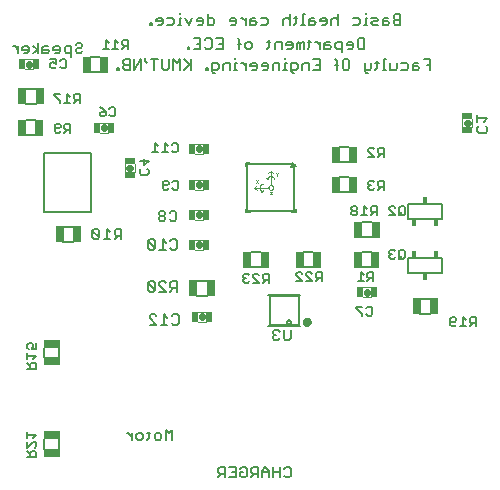
<source format=gbo>
G75*
%MOIN*%
%OFA0B0*%
%FSLAX25Y25*%
%IPPOS*%
%LPD*%
%AMOC8*
5,1,8,0,0,1.08239X$1,22.5*
%
%ADD10C,0.00600*%
%ADD11C,0.00400*%
%ADD12C,0.02200*%
%ADD13R,0.03740X0.01969*%
%ADD14R,0.01969X0.03740*%
%ADD15C,0.00500*%
%ADD16R,0.01800X0.02300*%
%ADD17R,0.02559X0.05512*%
%ADD18R,0.05512X0.02559*%
%ADD19C,0.00394*%
%ADD20C,0.00100*%
%ADD21C,0.01378*%
D10*
X0021000Y0020246D02*
X0021000Y0023474D01*
X0026000Y0023474D02*
X0026000Y0020246D01*
X0048494Y0025429D02*
X0049061Y0025429D01*
X0050195Y0024295D01*
X0050195Y0025429D02*
X0050195Y0023160D01*
X0051610Y0023727D02*
X0051610Y0024862D01*
X0052177Y0025429D01*
X0053311Y0025429D01*
X0053878Y0024862D01*
X0053878Y0023727D01*
X0053311Y0023160D01*
X0052177Y0023160D01*
X0051610Y0023727D01*
X0055199Y0023160D02*
X0055767Y0023727D01*
X0055767Y0025996D01*
X0056334Y0025429D02*
X0055199Y0025429D01*
X0057748Y0024862D02*
X0057748Y0023727D01*
X0058315Y0023160D01*
X0059450Y0023160D01*
X0060017Y0023727D01*
X0060017Y0024862D01*
X0059450Y0025429D01*
X0058315Y0025429D01*
X0057748Y0024862D01*
X0061431Y0026563D02*
X0061431Y0023160D01*
X0063700Y0023160D02*
X0063700Y0026563D01*
X0062566Y0025429D01*
X0061431Y0026563D01*
X0078864Y0013559D02*
X0078864Y0012425D01*
X0079431Y0011858D01*
X0081133Y0011858D01*
X0079998Y0011858D02*
X0078864Y0010723D01*
X0081133Y0010723D02*
X0081133Y0014126D01*
X0079431Y0014126D01*
X0078864Y0013559D01*
X0082547Y0014126D02*
X0084816Y0014126D01*
X0084816Y0010723D01*
X0082547Y0010723D01*
X0083681Y0012425D02*
X0084816Y0012425D01*
X0086230Y0012425D02*
X0087365Y0012425D01*
X0086230Y0012425D02*
X0086230Y0011290D01*
X0086797Y0010723D01*
X0087932Y0010723D01*
X0088499Y0011290D01*
X0088499Y0013559D01*
X0087932Y0014126D01*
X0086797Y0014126D01*
X0086230Y0013559D01*
X0089913Y0013559D02*
X0089913Y0012425D01*
X0090481Y0011858D01*
X0092182Y0011858D01*
X0091048Y0011858D02*
X0089913Y0010723D01*
X0092182Y0010723D02*
X0092182Y0014126D01*
X0090481Y0014126D01*
X0089913Y0013559D01*
X0093597Y0012992D02*
X0093597Y0010723D01*
X0093597Y0012425D02*
X0095865Y0012425D01*
X0095865Y0012992D02*
X0094731Y0014126D01*
X0093597Y0012992D01*
X0095865Y0012992D02*
X0095865Y0010723D01*
X0097280Y0010723D02*
X0097280Y0014126D01*
X0097280Y0012425D02*
X0099548Y0012425D01*
X0099548Y0014126D02*
X0099548Y0010723D01*
X0100963Y0011290D02*
X0101530Y0010723D01*
X0102664Y0010723D01*
X0103231Y0011290D01*
X0103231Y0013559D01*
X0102664Y0014126D01*
X0101530Y0014126D01*
X0100963Y0013559D01*
X0101404Y0056487D02*
X0100837Y0057054D01*
X0100837Y0059890D01*
X0099423Y0059323D02*
X0098855Y0059890D01*
X0097721Y0059890D01*
X0097154Y0059323D01*
X0097154Y0058756D01*
X0097721Y0058188D01*
X0097154Y0057621D01*
X0097154Y0057054D01*
X0097721Y0056487D01*
X0098855Y0056487D01*
X0099423Y0057054D01*
X0098288Y0058188D02*
X0097721Y0058188D01*
X0101404Y0056487D02*
X0102539Y0056487D01*
X0103106Y0057054D01*
X0103106Y0059890D01*
X0107386Y0080860D02*
X0110614Y0080860D01*
X0110614Y0085860D02*
X0107386Y0085860D01*
X0093114Y0085860D02*
X0089886Y0085860D01*
X0089886Y0080860D02*
X0093114Y0080860D01*
X0075114Y0076360D02*
X0071886Y0076360D01*
X0071886Y0071360D02*
X0075114Y0071360D01*
X0065200Y0072660D02*
X0065200Y0076063D01*
X0063499Y0076063D01*
X0062931Y0075496D01*
X0062931Y0074362D01*
X0063499Y0073795D01*
X0065200Y0073795D01*
X0064066Y0073795D02*
X0062931Y0072660D01*
X0061517Y0072660D02*
X0059248Y0074929D01*
X0059248Y0075496D01*
X0059815Y0076063D01*
X0060950Y0076063D01*
X0061517Y0075496D01*
X0061517Y0072660D02*
X0059248Y0072660D01*
X0057834Y0073227D02*
X0057834Y0075496D01*
X0057267Y0076063D01*
X0056132Y0076063D01*
X0055565Y0075496D01*
X0057834Y0073227D01*
X0057267Y0072660D01*
X0056132Y0072660D01*
X0055565Y0073227D01*
X0055565Y0075496D01*
X0056682Y0065063D02*
X0056115Y0064496D01*
X0056115Y0063929D01*
X0058383Y0061660D01*
X0056115Y0061660D01*
X0056682Y0065063D02*
X0057816Y0065063D01*
X0058383Y0064496D01*
X0060932Y0065063D02*
X0060932Y0061660D01*
X0062066Y0061660D02*
X0059798Y0061660D01*
X0062066Y0063929D02*
X0060932Y0065063D01*
X0063481Y0064496D02*
X0064048Y0065063D01*
X0065182Y0065063D01*
X0065749Y0064496D01*
X0065749Y0062227D01*
X0065182Y0061660D01*
X0064048Y0061660D01*
X0063481Y0062227D01*
X0063548Y0086660D02*
X0062981Y0087227D01*
X0063548Y0086660D02*
X0064682Y0086660D01*
X0065249Y0087227D01*
X0065249Y0089496D01*
X0064682Y0090063D01*
X0063548Y0090063D01*
X0062981Y0089496D01*
X0061566Y0088929D02*
X0060432Y0090063D01*
X0060432Y0086660D01*
X0061566Y0086660D02*
X0059298Y0086660D01*
X0057883Y0087227D02*
X0057883Y0089496D01*
X0057316Y0090063D01*
X0056182Y0090063D01*
X0055615Y0089496D01*
X0057883Y0087227D01*
X0057316Y0086660D01*
X0056182Y0086660D01*
X0055615Y0087227D01*
X0055615Y0089496D01*
X0059682Y0096160D02*
X0060816Y0096160D01*
X0061383Y0096727D01*
X0061383Y0097295D01*
X0060816Y0097862D01*
X0059682Y0097862D01*
X0059115Y0097295D01*
X0059115Y0096727D01*
X0059682Y0096160D01*
X0059682Y0097862D02*
X0059115Y0098429D01*
X0059115Y0098996D01*
X0059682Y0099563D01*
X0060816Y0099563D01*
X0061383Y0098996D01*
X0061383Y0098429D01*
X0060816Y0097862D01*
X0062798Y0098996D02*
X0063365Y0099563D01*
X0064499Y0099563D01*
X0065066Y0098996D01*
X0065066Y0096727D01*
X0064499Y0096160D01*
X0063365Y0096160D01*
X0062798Y0096727D01*
X0046700Y0093563D02*
X0046700Y0090160D01*
X0046700Y0091295D02*
X0044999Y0091295D01*
X0044431Y0091862D01*
X0044431Y0092996D01*
X0044999Y0093563D01*
X0046700Y0093563D01*
X0045566Y0091295D02*
X0044431Y0090160D01*
X0043017Y0090160D02*
X0040748Y0090160D01*
X0041883Y0090160D02*
X0041883Y0093563D01*
X0043017Y0092429D01*
X0039334Y0092996D02*
X0039334Y0090727D01*
X0037065Y0092996D01*
X0037065Y0090727D01*
X0037632Y0090160D01*
X0038767Y0090160D01*
X0039334Y0090727D01*
X0039334Y0092996D02*
X0038767Y0093563D01*
X0037632Y0093563D01*
X0037065Y0092996D01*
X0030614Y0094360D02*
X0027386Y0094360D01*
X0027386Y0089360D02*
X0030614Y0089360D01*
X0026000Y0053974D02*
X0026000Y0050746D01*
X0021000Y0050746D02*
X0021000Y0053974D01*
X0018114Y0124860D02*
X0014886Y0124860D01*
X0014886Y0129860D02*
X0018114Y0129860D01*
X0018114Y0135360D02*
X0014886Y0135360D01*
X0014886Y0140360D02*
X0018114Y0140360D01*
X0030017Y0151026D02*
X0030017Y0154429D01*
X0028315Y0154429D01*
X0027748Y0153862D01*
X0027748Y0152727D01*
X0028315Y0152160D01*
X0030017Y0152160D01*
X0031431Y0152727D02*
X0031999Y0152160D01*
X0033133Y0152160D01*
X0033700Y0152727D01*
X0033133Y0153862D02*
X0031999Y0153862D01*
X0031431Y0153295D01*
X0031431Y0152727D01*
X0033133Y0153862D02*
X0033700Y0154429D01*
X0033700Y0154996D01*
X0033133Y0155563D01*
X0031999Y0155563D01*
X0031431Y0154996D01*
X0026334Y0153862D02*
X0026334Y0152727D01*
X0025767Y0152160D01*
X0024632Y0152160D01*
X0024065Y0153295D02*
X0026334Y0153295D01*
X0026334Y0153862D02*
X0025767Y0154429D01*
X0024632Y0154429D01*
X0024065Y0153862D01*
X0024065Y0153295D01*
X0022651Y0152727D02*
X0022083Y0153295D01*
X0020382Y0153295D01*
X0020382Y0153862D02*
X0020382Y0152160D01*
X0022083Y0152160D01*
X0022651Y0152727D01*
X0022083Y0154429D02*
X0020949Y0154429D01*
X0020382Y0153862D01*
X0018967Y0153295D02*
X0017266Y0154429D01*
X0015898Y0153862D02*
X0015331Y0154429D01*
X0014197Y0154429D01*
X0013630Y0153862D01*
X0013630Y0153295D01*
X0015898Y0153295D01*
X0015898Y0153862D02*
X0015898Y0152727D01*
X0015331Y0152160D01*
X0014197Y0152160D01*
X0012215Y0152160D02*
X0012215Y0154429D01*
X0011081Y0154429D02*
X0010514Y0154429D01*
X0011081Y0154429D02*
X0012215Y0153295D01*
X0017266Y0152160D02*
X0018967Y0153295D01*
X0018967Y0152160D02*
X0018967Y0155563D01*
X0036386Y0150860D02*
X0039614Y0150860D01*
X0045391Y0147227D02*
X0045391Y0146660D01*
X0045958Y0146660D01*
X0045958Y0147227D01*
X0045391Y0147227D01*
X0047373Y0147227D02*
X0047940Y0146660D01*
X0049641Y0146660D01*
X0049641Y0150063D01*
X0047940Y0150063D01*
X0047373Y0149496D01*
X0047373Y0148929D01*
X0047940Y0148362D01*
X0049641Y0148362D01*
X0047940Y0148362D02*
X0047373Y0147795D01*
X0047373Y0147227D01*
X0051056Y0146660D02*
X0051056Y0150063D01*
X0053324Y0150063D02*
X0051056Y0146660D01*
X0053324Y0146660D02*
X0053324Y0150063D01*
X0054599Y0149496D02*
X0055166Y0148929D01*
X0054599Y0149496D02*
X0054599Y0150630D01*
X0056581Y0150063D02*
X0058849Y0150063D01*
X0057715Y0150063D02*
X0057715Y0146660D01*
X0060264Y0147227D02*
X0060264Y0150063D01*
X0062532Y0150063D02*
X0062532Y0147227D01*
X0061965Y0146660D01*
X0060831Y0146660D01*
X0060264Y0147227D01*
X0063947Y0146660D02*
X0063947Y0150063D01*
X0065081Y0148929D01*
X0066215Y0150063D01*
X0066215Y0146660D01*
X0067630Y0146660D02*
X0069331Y0148362D01*
X0069899Y0147795D02*
X0067630Y0150063D01*
X0069899Y0150063D02*
X0069899Y0146660D01*
X0074856Y0146660D02*
X0075423Y0146660D01*
X0075423Y0147227D01*
X0074856Y0147227D01*
X0074856Y0146660D01*
X0076838Y0146660D02*
X0078539Y0146660D01*
X0079106Y0147227D01*
X0079106Y0148362D01*
X0078539Y0148929D01*
X0076838Y0148929D01*
X0076838Y0146093D01*
X0077405Y0145526D01*
X0077972Y0145526D01*
X0080521Y0146660D02*
X0080521Y0148362D01*
X0081088Y0148929D01*
X0082790Y0148929D01*
X0082790Y0146660D01*
X0084111Y0146660D02*
X0085245Y0146660D01*
X0084678Y0146660D02*
X0084678Y0148929D01*
X0085245Y0148929D01*
X0084678Y0150063D02*
X0084678Y0150630D01*
X0086613Y0148929D02*
X0087180Y0148929D01*
X0088314Y0147795D01*
X0088314Y0148929D02*
X0088314Y0146660D01*
X0089729Y0147795D02*
X0089729Y0148362D01*
X0090296Y0148929D01*
X0091430Y0148929D01*
X0091997Y0148362D01*
X0091997Y0147227D01*
X0091430Y0146660D01*
X0090296Y0146660D01*
X0089729Y0147795D02*
X0091997Y0147795D01*
X0093412Y0147795D02*
X0093412Y0148362D01*
X0093979Y0148929D01*
X0095113Y0148929D01*
X0095681Y0148362D01*
X0095681Y0147227D01*
X0095113Y0146660D01*
X0093979Y0146660D01*
X0093412Y0147795D02*
X0095681Y0147795D01*
X0097095Y0148362D02*
X0097095Y0146660D01*
X0097095Y0148362D02*
X0097662Y0148929D01*
X0099364Y0148929D01*
X0099364Y0146660D01*
X0100685Y0146660D02*
X0101819Y0146660D01*
X0101252Y0146660D02*
X0101252Y0148929D01*
X0101819Y0148929D01*
X0101252Y0150063D02*
X0101252Y0150630D01*
X0103234Y0148929D02*
X0104935Y0148929D01*
X0105502Y0148362D01*
X0105502Y0147227D01*
X0104935Y0146660D01*
X0103234Y0146660D01*
X0103234Y0146093D02*
X0103234Y0148929D01*
X0103234Y0146093D02*
X0103801Y0145526D01*
X0104368Y0145526D01*
X0106917Y0146660D02*
X0106917Y0148362D01*
X0107484Y0148929D01*
X0109185Y0148929D01*
X0109185Y0146660D01*
X0110600Y0146660D02*
X0112869Y0146660D01*
X0112869Y0150063D01*
X0110600Y0150063D01*
X0111734Y0148362D02*
X0112869Y0148362D01*
X0117873Y0148362D02*
X0119007Y0148362D01*
X0118440Y0149496D02*
X0117873Y0150063D01*
X0118440Y0149496D02*
X0118440Y0146660D01*
X0120422Y0147227D02*
X0120422Y0149496D01*
X0120989Y0150063D01*
X0122123Y0150063D01*
X0122690Y0149496D01*
X0122690Y0147227D01*
X0122123Y0146660D01*
X0120989Y0146660D01*
X0120422Y0147227D01*
X0120334Y0152526D02*
X0120334Y0155929D01*
X0118632Y0155929D01*
X0118065Y0155362D01*
X0118065Y0154227D01*
X0118632Y0153660D01*
X0120334Y0153660D01*
X0121748Y0154795D02*
X0121748Y0155362D01*
X0122315Y0155929D01*
X0123450Y0155929D01*
X0124017Y0155362D01*
X0124017Y0154227D01*
X0123450Y0153660D01*
X0122315Y0153660D01*
X0121748Y0154795D02*
X0124017Y0154795D01*
X0125431Y0154227D02*
X0125431Y0156496D01*
X0125999Y0157063D01*
X0127700Y0157063D01*
X0127700Y0153660D01*
X0125999Y0153660D01*
X0125431Y0154227D01*
X0127788Y0148929D02*
X0127788Y0146093D01*
X0128355Y0145526D01*
X0128922Y0145526D01*
X0129489Y0146660D02*
X0127788Y0146660D01*
X0129489Y0146660D02*
X0130057Y0147227D01*
X0130057Y0148929D01*
X0131378Y0148929D02*
X0132512Y0148929D01*
X0131945Y0149496D02*
X0131945Y0147227D01*
X0131378Y0146660D01*
X0133833Y0146660D02*
X0134967Y0146660D01*
X0134400Y0146660D02*
X0134400Y0150063D01*
X0134967Y0150063D01*
X0136382Y0148929D02*
X0136382Y0146660D01*
X0138083Y0146660D01*
X0138651Y0147227D01*
X0138651Y0148929D01*
X0140065Y0148929D02*
X0141767Y0148929D01*
X0142334Y0148362D01*
X0142334Y0147227D01*
X0141767Y0146660D01*
X0140065Y0146660D01*
X0143748Y0146660D02*
X0145450Y0146660D01*
X0146017Y0147227D01*
X0145450Y0147795D01*
X0143748Y0147795D01*
X0143748Y0148362D02*
X0143748Y0146660D01*
X0143748Y0148362D02*
X0144315Y0148929D01*
X0145450Y0148929D01*
X0147431Y0150063D02*
X0149700Y0150063D01*
X0149700Y0146660D01*
X0149700Y0148362D02*
X0148566Y0148362D01*
X0139700Y0161660D02*
X0137999Y0161660D01*
X0137431Y0162227D01*
X0137431Y0162795D01*
X0137999Y0163362D01*
X0139700Y0163362D01*
X0139700Y0165063D02*
X0137999Y0165063D01*
X0137431Y0164496D01*
X0137431Y0163929D01*
X0137999Y0163362D01*
X0136017Y0162227D02*
X0135450Y0161660D01*
X0133748Y0161660D01*
X0133748Y0163362D01*
X0134315Y0163929D01*
X0135450Y0163929D01*
X0135450Y0162795D02*
X0133748Y0162795D01*
X0132334Y0163362D02*
X0131767Y0163929D01*
X0130065Y0163929D01*
X0130632Y0162795D02*
X0130065Y0162227D01*
X0130632Y0161660D01*
X0132334Y0161660D01*
X0131767Y0162795D02*
X0132334Y0163362D01*
X0131767Y0162795D02*
X0130632Y0162795D01*
X0128651Y0163929D02*
X0128083Y0163929D01*
X0128083Y0161660D01*
X0127516Y0161660D02*
X0128651Y0161660D01*
X0126195Y0162227D02*
X0125628Y0161660D01*
X0123927Y0161660D01*
X0126195Y0162227D02*
X0126195Y0163362D01*
X0125628Y0163929D01*
X0123927Y0163929D01*
X0128083Y0165063D02*
X0128083Y0165630D01*
X0135450Y0162795D02*
X0136017Y0162227D01*
X0139700Y0161660D02*
X0139700Y0165063D01*
X0118829Y0165063D02*
X0118829Y0161660D01*
X0118829Y0163362D02*
X0118262Y0163929D01*
X0117127Y0163929D01*
X0116560Y0163362D01*
X0116560Y0161660D01*
X0115146Y0162227D02*
X0115146Y0163362D01*
X0114579Y0163929D01*
X0113444Y0163929D01*
X0112877Y0163362D01*
X0112877Y0162795D01*
X0115146Y0162795D01*
X0115146Y0162227D02*
X0114579Y0161660D01*
X0113444Y0161660D01*
X0111463Y0162227D02*
X0110895Y0162795D01*
X0109194Y0162795D01*
X0109194Y0163362D02*
X0109194Y0161660D01*
X0110895Y0161660D01*
X0111463Y0162227D01*
X0110895Y0163929D02*
X0109761Y0163929D01*
X0109194Y0163362D01*
X0107779Y0165063D02*
X0107212Y0165063D01*
X0107212Y0161660D01*
X0107779Y0161660D02*
X0106645Y0161660D01*
X0104757Y0162227D02*
X0104190Y0161660D01*
X0104757Y0162227D02*
X0104757Y0164496D01*
X0105324Y0163929D02*
X0104190Y0163929D01*
X0102869Y0163362D02*
X0102301Y0163929D01*
X0101167Y0163929D01*
X0100600Y0163362D01*
X0100600Y0161660D01*
X0102869Y0161660D02*
X0102869Y0165063D01*
X0095502Y0163362D02*
X0095502Y0162227D01*
X0094935Y0161660D01*
X0093234Y0161660D01*
X0091819Y0162227D02*
X0091252Y0161660D01*
X0089551Y0161660D01*
X0089551Y0163362D01*
X0090118Y0163929D01*
X0091252Y0163929D01*
X0091252Y0162795D02*
X0089551Y0162795D01*
X0088136Y0162795D02*
X0087002Y0163929D01*
X0086435Y0163929D01*
X0085067Y0163362D02*
X0084500Y0163929D01*
X0083365Y0163929D01*
X0082798Y0163362D01*
X0082798Y0162795D01*
X0085067Y0162795D01*
X0085067Y0163362D02*
X0085067Y0162227D01*
X0084500Y0161660D01*
X0083365Y0161660D01*
X0088136Y0161660D02*
X0088136Y0163929D01*
X0091252Y0162795D02*
X0091819Y0162227D01*
X0093234Y0163929D02*
X0094935Y0163929D01*
X0095502Y0163362D01*
X0095826Y0156496D02*
X0095826Y0154227D01*
X0095259Y0153660D01*
X0095259Y0155929D02*
X0096393Y0155929D01*
X0097808Y0155362D02*
X0097808Y0153660D01*
X0097808Y0155362D02*
X0098375Y0155929D01*
X0100076Y0155929D01*
X0100076Y0153660D01*
X0101491Y0154795D02*
X0103760Y0154795D01*
X0103760Y0155362D02*
X0103760Y0154227D01*
X0103192Y0153660D01*
X0102058Y0153660D01*
X0101491Y0154795D02*
X0101491Y0155362D01*
X0102058Y0155929D01*
X0103192Y0155929D01*
X0103760Y0155362D01*
X0105174Y0155362D02*
X0105174Y0153660D01*
X0106308Y0153660D02*
X0106308Y0155362D01*
X0105741Y0155929D01*
X0105174Y0155362D01*
X0106308Y0155362D02*
X0106876Y0155929D01*
X0107443Y0155929D01*
X0107443Y0153660D01*
X0108764Y0153660D02*
X0109331Y0154227D01*
X0109331Y0156496D01*
X0109898Y0155929D02*
X0108764Y0155929D01*
X0111266Y0155929D02*
X0111833Y0155929D01*
X0112967Y0154795D01*
X0112967Y0155929D02*
X0112967Y0153660D01*
X0114382Y0153660D02*
X0116083Y0153660D01*
X0116651Y0154227D01*
X0116083Y0154795D01*
X0114382Y0154795D01*
X0114382Y0155362D02*
X0114382Y0153660D01*
X0114382Y0155362D02*
X0114949Y0155929D01*
X0116083Y0155929D01*
X0090255Y0155362D02*
X0090255Y0154227D01*
X0089688Y0153660D01*
X0088553Y0153660D01*
X0087986Y0154227D01*
X0087986Y0155362D01*
X0088553Y0155929D01*
X0089688Y0155929D01*
X0090255Y0155362D01*
X0086572Y0155362D02*
X0085437Y0155362D01*
X0086004Y0156496D02*
X0085437Y0157063D01*
X0086004Y0156496D02*
X0086004Y0153660D01*
X0080433Y0153660D02*
X0080433Y0157063D01*
X0078164Y0157063D01*
X0076750Y0156496D02*
X0076750Y0154227D01*
X0076183Y0153660D01*
X0075048Y0153660D01*
X0074481Y0154227D01*
X0073067Y0153660D02*
X0070798Y0153660D01*
X0069384Y0153660D02*
X0068816Y0153660D01*
X0068816Y0154227D01*
X0069384Y0154227D01*
X0069384Y0153660D01*
X0071932Y0155362D02*
X0073067Y0155362D01*
X0073067Y0157063D02*
X0070798Y0157063D01*
X0073067Y0157063D02*
X0073067Y0153660D01*
X0074481Y0156496D02*
X0075048Y0157063D01*
X0076183Y0157063D01*
X0076750Y0156496D01*
X0079299Y0155362D02*
X0080433Y0155362D01*
X0080433Y0153660D02*
X0078164Y0153660D01*
X0077133Y0161660D02*
X0075432Y0161660D01*
X0075432Y0165063D01*
X0075432Y0163929D02*
X0077133Y0163929D01*
X0077700Y0163362D01*
X0077700Y0162227D01*
X0077133Y0161660D01*
X0074017Y0162227D02*
X0074017Y0163362D01*
X0073450Y0163929D01*
X0072316Y0163929D01*
X0071749Y0163362D01*
X0071749Y0162795D01*
X0074017Y0162795D01*
X0074017Y0162227D02*
X0073450Y0161660D01*
X0072316Y0161660D01*
X0070334Y0163929D02*
X0069200Y0161660D01*
X0068066Y0163929D01*
X0066651Y0163929D02*
X0066084Y0163929D01*
X0066084Y0161660D01*
X0066651Y0161660D02*
X0065517Y0161660D01*
X0064196Y0162227D02*
X0063628Y0161660D01*
X0061927Y0161660D01*
X0060512Y0162227D02*
X0060512Y0163362D01*
X0059945Y0163929D01*
X0058811Y0163929D01*
X0058244Y0163362D01*
X0058244Y0162795D01*
X0060512Y0162795D01*
X0060512Y0162227D02*
X0059945Y0161660D01*
X0058811Y0161660D01*
X0056829Y0161660D02*
X0056829Y0162227D01*
X0056262Y0162227D01*
X0056262Y0161660D01*
X0056829Y0161660D01*
X0061927Y0163929D02*
X0063628Y0163929D01*
X0064196Y0163362D01*
X0064196Y0162227D01*
X0066084Y0165063D02*
X0066084Y0165630D01*
X0039614Y0145860D02*
X0036386Y0145860D01*
X0119386Y0120860D02*
X0122614Y0120860D01*
X0122614Y0115860D02*
X0119386Y0115860D01*
X0119386Y0110860D02*
X0122614Y0110860D01*
X0122614Y0105860D02*
X0119386Y0105860D01*
X0126886Y0095860D02*
X0130114Y0095860D01*
X0130114Y0090860D02*
X0126886Y0090860D01*
X0126886Y0085860D02*
X0130114Y0085860D01*
X0130114Y0080860D02*
X0126886Y0080860D01*
X0142400Y0078760D02*
X0153600Y0078760D01*
X0153600Y0083960D01*
X0142400Y0083960D01*
X0142400Y0078760D01*
X0146386Y0070360D02*
X0149614Y0070360D01*
X0149614Y0065360D02*
X0146386Y0065360D01*
X0142400Y0096760D02*
X0153600Y0096760D01*
X0153600Y0101960D01*
X0142400Y0101960D01*
X0142400Y0096760D01*
X0165867Y0125660D02*
X0165300Y0126227D01*
X0165300Y0127362D01*
X0165867Y0127929D01*
X0165300Y0129343D02*
X0165300Y0131612D01*
X0165300Y0130478D02*
X0168703Y0130478D01*
X0167569Y0129343D01*
X0168136Y0127929D02*
X0168703Y0127362D01*
X0168703Y0126227D01*
X0168136Y0125660D01*
X0165867Y0125660D01*
D11*
X0163701Y0127459D02*
X0163701Y0130262D01*
X0160350Y0130262D02*
X0160350Y0127459D01*
X0129902Y0074061D02*
X0127098Y0074061D01*
X0127098Y0070711D02*
X0129902Y0070711D01*
X0074902Y0066010D02*
X0072098Y0066010D01*
X0072098Y0062659D02*
X0074902Y0062659D01*
X0073902Y0086659D02*
X0071098Y0086659D01*
X0071098Y0090010D02*
X0073902Y0090010D01*
X0073902Y0096659D02*
X0071098Y0096659D01*
X0071098Y0100010D02*
X0073902Y0100010D01*
X0073902Y0106659D02*
X0071098Y0106659D01*
X0071098Y0110010D02*
X0073902Y0110010D01*
X0073902Y0118659D02*
X0071098Y0118659D01*
X0071098Y0122010D02*
X0073902Y0122010D01*
X0051201Y0115262D02*
X0051201Y0112459D01*
X0047850Y0112459D02*
X0047850Y0115262D01*
X0042402Y0125659D02*
X0039598Y0125659D01*
X0039598Y0129010D02*
X0042402Y0129010D01*
X0017402Y0146711D02*
X0014598Y0146711D01*
X0014598Y0150061D02*
X0017402Y0150061D01*
D12*
X0016000Y0148480D02*
X0016000Y0148240D01*
X0041000Y0127480D02*
X0041000Y0127240D01*
X0049380Y0113860D02*
X0049620Y0113860D01*
X0072500Y0108480D02*
X0072500Y0108240D01*
X0072500Y0098480D02*
X0072500Y0098240D01*
X0072500Y0088480D02*
X0072500Y0088240D01*
X0073500Y0064480D02*
X0073500Y0064240D01*
X0128500Y0072240D02*
X0128500Y0072480D01*
X0072500Y0120240D02*
X0072500Y0120480D01*
X0161880Y0128860D02*
X0162120Y0128860D01*
D13*
X0162020Y0126545D03*
X0162020Y0131145D03*
X0049520Y0116145D03*
X0049520Y0111545D03*
D14*
X0043284Y0127340D03*
X0038684Y0127340D03*
X0018316Y0148380D03*
X0013716Y0148380D03*
X0070184Y0120340D03*
X0074784Y0120340D03*
X0074784Y0108340D03*
X0070184Y0108340D03*
X0070184Y0098340D03*
X0074784Y0098340D03*
X0074784Y0088340D03*
X0070184Y0088340D03*
X0071184Y0064340D03*
X0075784Y0064340D03*
X0126216Y0072380D03*
X0130816Y0072380D03*
D15*
X0018253Y0017442D02*
X0015250Y0017442D01*
X0016251Y0017442D02*
X0016251Y0018943D01*
X0016751Y0019444D01*
X0017752Y0019444D01*
X0018253Y0018943D01*
X0018253Y0017442D01*
X0016251Y0018443D02*
X0015250Y0019444D01*
X0015250Y0020665D02*
X0017252Y0022666D01*
X0017752Y0022666D01*
X0018253Y0022166D01*
X0018253Y0021165D01*
X0017752Y0020665D01*
X0015250Y0020665D02*
X0015250Y0022666D01*
X0015250Y0023887D02*
X0015250Y0025889D01*
X0015250Y0024888D02*
X0018253Y0024888D01*
X0017252Y0023887D01*
X0018253Y0046942D02*
X0015250Y0046942D01*
X0016251Y0046942D02*
X0016251Y0048443D01*
X0016751Y0048944D01*
X0017752Y0048944D01*
X0018253Y0048443D01*
X0018253Y0046942D01*
X0016251Y0047943D02*
X0015250Y0048944D01*
X0015250Y0050165D02*
X0015250Y0052166D01*
X0015250Y0051166D02*
X0018253Y0051166D01*
X0017252Y0050165D01*
X0016751Y0053387D02*
X0017252Y0054388D01*
X0017252Y0054889D01*
X0016751Y0055389D01*
X0015750Y0055389D01*
X0015250Y0054889D01*
X0015250Y0053888D01*
X0015750Y0053387D01*
X0016751Y0053387D02*
X0018253Y0053387D01*
X0018253Y0055389D01*
X0021000Y0099360D02*
X0036500Y0099360D01*
X0036500Y0118860D01*
X0021000Y0118860D01*
X0021000Y0099360D01*
X0024971Y0125610D02*
X0024471Y0126111D01*
X0024471Y0128112D01*
X0024971Y0128613D01*
X0025972Y0128613D01*
X0026473Y0128112D01*
X0026473Y0127612D01*
X0025972Y0127112D01*
X0024471Y0127112D01*
X0024971Y0125610D02*
X0025972Y0125610D01*
X0026473Y0126111D01*
X0027694Y0125610D02*
X0028695Y0126611D01*
X0028194Y0126611D02*
X0029695Y0126611D01*
X0029695Y0125610D02*
X0029695Y0128613D01*
X0028194Y0128613D01*
X0027694Y0128112D01*
X0027694Y0127112D01*
X0028194Y0126611D01*
X0028526Y0135610D02*
X0028526Y0138613D01*
X0029527Y0137612D01*
X0030748Y0138112D02*
X0030748Y0137112D01*
X0031249Y0136611D01*
X0032750Y0136611D01*
X0032750Y0135610D02*
X0032750Y0138613D01*
X0031249Y0138613D01*
X0030748Y0138112D01*
X0031749Y0136611D02*
X0030748Y0135610D01*
X0029527Y0135610D02*
X0027526Y0135610D01*
X0026305Y0135610D02*
X0026305Y0136111D01*
X0024303Y0138112D01*
X0024303Y0138613D01*
X0026305Y0138613D01*
X0026749Y0147110D02*
X0026248Y0147611D01*
X0026749Y0147110D02*
X0027750Y0147110D01*
X0028250Y0147611D01*
X0028250Y0149612D01*
X0027750Y0150113D01*
X0026749Y0150113D01*
X0026248Y0149612D01*
X0025027Y0150113D02*
X0025027Y0148612D01*
X0024026Y0149112D01*
X0023526Y0149112D01*
X0023026Y0148612D01*
X0023026Y0147611D01*
X0023526Y0147110D01*
X0024527Y0147110D01*
X0025027Y0147611D01*
X0025027Y0150113D02*
X0023026Y0150113D01*
X0040471Y0153610D02*
X0042473Y0153610D01*
X0041472Y0153610D02*
X0041472Y0156613D01*
X0042473Y0155612D01*
X0043694Y0153610D02*
X0045696Y0153610D01*
X0044695Y0153610D02*
X0044695Y0156613D01*
X0045696Y0155612D01*
X0046917Y0156112D02*
X0046917Y0155112D01*
X0047417Y0154611D01*
X0048918Y0154611D01*
X0047917Y0154611D02*
X0046917Y0153610D01*
X0048918Y0153610D02*
X0048918Y0156613D01*
X0047417Y0156613D01*
X0046917Y0156112D01*
X0044195Y0134113D02*
X0043194Y0134113D01*
X0042694Y0133612D01*
X0041473Y0132612D02*
X0039971Y0132612D01*
X0039471Y0132111D01*
X0039471Y0131611D01*
X0039971Y0131110D01*
X0040972Y0131110D01*
X0041473Y0131611D01*
X0041473Y0132612D01*
X0040472Y0133612D01*
X0039471Y0134113D01*
X0042694Y0131611D02*
X0043194Y0131110D01*
X0044195Y0131110D01*
X0044695Y0131611D01*
X0044695Y0133612D01*
X0044195Y0134113D01*
X0057972Y0122113D02*
X0057972Y0119110D01*
X0058973Y0119110D02*
X0056971Y0119110D01*
X0058973Y0121112D02*
X0057972Y0122113D01*
X0060194Y0119110D02*
X0062196Y0119110D01*
X0061195Y0119110D02*
X0061195Y0122113D01*
X0062196Y0121112D01*
X0063417Y0121612D02*
X0063917Y0122113D01*
X0064918Y0122113D01*
X0065418Y0121612D01*
X0065418Y0119611D01*
X0064918Y0119110D01*
X0063917Y0119110D01*
X0063417Y0119611D01*
X0055753Y0116334D02*
X0054251Y0114833D01*
X0054251Y0116835D01*
X0052750Y0116334D02*
X0055753Y0116334D01*
X0055252Y0113612D02*
X0055753Y0113112D01*
X0055753Y0112111D01*
X0055252Y0111610D01*
X0053250Y0111610D01*
X0052750Y0112111D01*
X0052750Y0113112D01*
X0053250Y0113612D01*
X0060471Y0109112D02*
X0060471Y0107111D01*
X0060971Y0106610D01*
X0061972Y0106610D01*
X0062473Y0107111D01*
X0061972Y0108112D02*
X0060471Y0108112D01*
X0060471Y0109112D02*
X0060971Y0109613D01*
X0061972Y0109613D01*
X0062473Y0109112D01*
X0062473Y0108612D01*
X0061972Y0108112D01*
X0063694Y0109112D02*
X0064194Y0109613D01*
X0065195Y0109613D01*
X0065695Y0109112D01*
X0065695Y0107111D01*
X0065195Y0106610D01*
X0064194Y0106610D01*
X0063694Y0107111D01*
X0088232Y0100274D02*
X0088232Y0099093D01*
X0089413Y0099093D01*
X0088626Y0099486D02*
X0104374Y0099486D01*
X0104374Y0115234D01*
X0088626Y0115234D01*
X0088626Y0099486D01*
X0103587Y0099093D02*
X0104768Y0099093D01*
X0104768Y0100274D01*
X0103259Y0114368D02*
X0103261Y0114399D01*
X0103267Y0114430D01*
X0103276Y0114460D01*
X0103290Y0114488D01*
X0103307Y0114514D01*
X0103326Y0114538D01*
X0103349Y0114560D01*
X0103375Y0114578D01*
X0103402Y0114593D01*
X0103431Y0114605D01*
X0103461Y0114613D01*
X0103492Y0114617D01*
X0103524Y0114617D01*
X0103555Y0114613D01*
X0103585Y0114605D01*
X0103614Y0114593D01*
X0103641Y0114578D01*
X0103667Y0114560D01*
X0103690Y0114538D01*
X0103709Y0114514D01*
X0103726Y0114488D01*
X0103740Y0114460D01*
X0103749Y0114430D01*
X0103755Y0114399D01*
X0103757Y0114368D01*
X0103755Y0114337D01*
X0103749Y0114306D01*
X0103740Y0114276D01*
X0103726Y0114248D01*
X0103709Y0114222D01*
X0103690Y0114198D01*
X0103667Y0114176D01*
X0103641Y0114158D01*
X0103614Y0114143D01*
X0103585Y0114131D01*
X0103555Y0114123D01*
X0103524Y0114119D01*
X0103492Y0114119D01*
X0103461Y0114123D01*
X0103431Y0114131D01*
X0103402Y0114143D01*
X0103375Y0114158D01*
X0103349Y0114176D01*
X0103326Y0114198D01*
X0103307Y0114222D01*
X0103290Y0114248D01*
X0103276Y0114276D01*
X0103267Y0114306D01*
X0103261Y0114337D01*
X0103259Y0114368D01*
X0103587Y0115628D02*
X0104768Y0114447D01*
X0089413Y0115628D02*
X0088232Y0115628D01*
X0088232Y0114447D01*
X0123303Y0100612D02*
X0123303Y0100112D01*
X0123803Y0099612D01*
X0124804Y0099612D01*
X0125305Y0100112D01*
X0125305Y0100612D01*
X0124804Y0101113D01*
X0123803Y0101113D01*
X0123303Y0100612D01*
X0123803Y0099612D02*
X0123303Y0099111D01*
X0123303Y0098611D01*
X0123803Y0098110D01*
X0124804Y0098110D01*
X0125305Y0098611D01*
X0125305Y0099111D01*
X0124804Y0099612D01*
X0126526Y0098110D02*
X0128527Y0098110D01*
X0127526Y0098110D02*
X0127526Y0101113D01*
X0128527Y0100112D01*
X0129748Y0100612D02*
X0129748Y0099612D01*
X0130249Y0099111D01*
X0131750Y0099111D01*
X0131750Y0098110D02*
X0131750Y0101113D01*
X0130249Y0101113D01*
X0129748Y0100612D01*
X0130749Y0099111D02*
X0129748Y0098110D01*
X0136026Y0098110D02*
X0138027Y0098110D01*
X0136026Y0100112D01*
X0136026Y0100612D01*
X0136526Y0101113D01*
X0137527Y0101113D01*
X0138027Y0100612D01*
X0139248Y0100612D02*
X0139248Y0098611D01*
X0139749Y0098110D01*
X0140750Y0098110D01*
X0141250Y0098611D01*
X0141250Y0100612D01*
X0140750Y0101113D01*
X0139749Y0101113D01*
X0139248Y0100612D01*
X0140249Y0099111D02*
X0139248Y0098110D01*
X0134195Y0106610D02*
X0134195Y0109613D01*
X0132694Y0109613D01*
X0132194Y0109112D01*
X0132194Y0108112D01*
X0132694Y0107611D01*
X0134195Y0107611D01*
X0133195Y0107611D02*
X0132194Y0106610D01*
X0130973Y0107111D02*
X0130472Y0106610D01*
X0129471Y0106610D01*
X0128971Y0107111D01*
X0128971Y0107611D01*
X0129471Y0108112D01*
X0129972Y0108112D01*
X0129471Y0108112D02*
X0128971Y0108612D01*
X0128971Y0109112D01*
X0129471Y0109613D01*
X0130472Y0109613D01*
X0130973Y0109112D01*
X0130973Y0117610D02*
X0128971Y0117610D01*
X0130973Y0117610D02*
X0128971Y0119612D01*
X0128971Y0120112D01*
X0129471Y0120613D01*
X0130472Y0120613D01*
X0130973Y0120112D01*
X0132194Y0120112D02*
X0132194Y0119112D01*
X0132694Y0118611D01*
X0134195Y0118611D01*
X0133195Y0118611D02*
X0132194Y0117610D01*
X0134195Y0117610D02*
X0134195Y0120613D01*
X0132694Y0120613D01*
X0132194Y0120112D01*
X0136471Y0086613D02*
X0135971Y0086112D01*
X0135971Y0085612D01*
X0136471Y0085112D01*
X0135971Y0084611D01*
X0135971Y0084111D01*
X0136471Y0083610D01*
X0137472Y0083610D01*
X0137973Y0084111D01*
X0139194Y0084111D02*
X0139194Y0086112D01*
X0139694Y0086613D01*
X0140695Y0086613D01*
X0141195Y0086112D01*
X0141195Y0084111D01*
X0140695Y0083610D01*
X0139694Y0083610D01*
X0139194Y0084111D01*
X0139194Y0083610D02*
X0140195Y0084611D01*
X0137973Y0086112D02*
X0137472Y0086613D01*
X0136471Y0086613D01*
X0136471Y0085112D02*
X0136972Y0085112D01*
X0130695Y0079113D02*
X0129194Y0079113D01*
X0128694Y0078612D01*
X0128694Y0077612D01*
X0129194Y0077111D01*
X0130695Y0077111D01*
X0129695Y0077111D02*
X0128694Y0076110D01*
X0127473Y0076110D02*
X0125471Y0076110D01*
X0126472Y0076110D02*
X0126472Y0079113D01*
X0127473Y0078112D01*
X0130695Y0079113D02*
X0130695Y0076110D01*
X0129750Y0067613D02*
X0130250Y0067112D01*
X0130250Y0065111D01*
X0129750Y0064610D01*
X0128749Y0064610D01*
X0128248Y0065111D01*
X0127027Y0065111D02*
X0127027Y0064610D01*
X0127027Y0065111D02*
X0125026Y0067112D01*
X0125026Y0067613D01*
X0127027Y0067613D01*
X0128248Y0067112D02*
X0128749Y0067613D01*
X0129750Y0067613D01*
X0113418Y0076110D02*
X0113418Y0079113D01*
X0111917Y0079113D01*
X0111417Y0078612D01*
X0111417Y0077612D01*
X0111917Y0077111D01*
X0113418Y0077111D01*
X0112417Y0077111D02*
X0111417Y0076110D01*
X0110196Y0076110D02*
X0108194Y0078112D01*
X0108194Y0078612D01*
X0108694Y0079113D01*
X0109695Y0079113D01*
X0110196Y0078612D01*
X0110196Y0076110D02*
X0108194Y0076110D01*
X0106973Y0076110D02*
X0104971Y0078112D01*
X0104971Y0078612D01*
X0105471Y0079113D01*
X0106472Y0079113D01*
X0106973Y0078612D01*
X0106973Y0076110D02*
X0104971Y0076110D01*
X0106315Y0071675D02*
X0095685Y0071675D01*
X0096079Y0071281D02*
X0096079Y0061439D01*
X0105921Y0061439D01*
X0105921Y0071281D01*
X0096079Y0071281D01*
X0095750Y0075610D02*
X0095750Y0078613D01*
X0094249Y0078613D01*
X0093748Y0078112D01*
X0093748Y0077112D01*
X0094249Y0076611D01*
X0095750Y0076611D01*
X0094749Y0076611D02*
X0093748Y0075610D01*
X0092527Y0075610D02*
X0090526Y0077612D01*
X0090526Y0078112D01*
X0091026Y0078613D01*
X0092027Y0078613D01*
X0092527Y0078112D01*
X0089305Y0078112D02*
X0088804Y0078613D01*
X0087803Y0078613D01*
X0087303Y0078112D01*
X0087303Y0077612D01*
X0087803Y0077112D01*
X0087303Y0076611D01*
X0087303Y0076111D01*
X0087803Y0075610D01*
X0088804Y0075610D01*
X0089305Y0076111D01*
X0090526Y0075610D02*
X0092527Y0075610D01*
X0088304Y0077112D02*
X0087803Y0077112D01*
X0101963Y0062522D02*
X0101965Y0062569D01*
X0101971Y0062616D01*
X0101981Y0062662D01*
X0101994Y0062708D01*
X0102011Y0062752D01*
X0102032Y0062794D01*
X0102056Y0062835D01*
X0102084Y0062873D01*
X0102114Y0062909D01*
X0102148Y0062943D01*
X0102184Y0062973D01*
X0102222Y0063001D01*
X0102263Y0063025D01*
X0102305Y0063046D01*
X0102349Y0063063D01*
X0102395Y0063076D01*
X0102441Y0063086D01*
X0102488Y0063092D01*
X0102535Y0063094D01*
X0102582Y0063092D01*
X0102629Y0063086D01*
X0102675Y0063076D01*
X0102721Y0063063D01*
X0102765Y0063046D01*
X0102807Y0063025D01*
X0102848Y0063001D01*
X0102886Y0062973D01*
X0102922Y0062943D01*
X0102956Y0062909D01*
X0102986Y0062873D01*
X0103014Y0062835D01*
X0103038Y0062794D01*
X0103059Y0062752D01*
X0103076Y0062708D01*
X0103089Y0062662D01*
X0103099Y0062616D01*
X0103105Y0062569D01*
X0103107Y0062522D01*
X0103105Y0062475D01*
X0103099Y0062428D01*
X0103089Y0062382D01*
X0103076Y0062336D01*
X0103059Y0062292D01*
X0103038Y0062250D01*
X0103014Y0062209D01*
X0102986Y0062171D01*
X0102956Y0062135D01*
X0102922Y0062101D01*
X0102886Y0062071D01*
X0102848Y0062043D01*
X0102807Y0062019D01*
X0102765Y0061998D01*
X0102721Y0061981D01*
X0102675Y0061968D01*
X0102629Y0061958D01*
X0102582Y0061952D01*
X0102535Y0061950D01*
X0102488Y0061952D01*
X0102441Y0061958D01*
X0102395Y0061968D01*
X0102349Y0061981D01*
X0102305Y0061998D01*
X0102263Y0062019D01*
X0102222Y0062043D01*
X0102184Y0062071D01*
X0102148Y0062101D01*
X0102114Y0062135D01*
X0102084Y0062171D01*
X0102056Y0062209D01*
X0102032Y0062250D01*
X0102011Y0062292D01*
X0101994Y0062336D01*
X0101981Y0062382D01*
X0101971Y0062428D01*
X0101965Y0062475D01*
X0101963Y0062522D01*
X0106315Y0061045D02*
X0095685Y0061045D01*
X0156303Y0061611D02*
X0156303Y0063612D01*
X0156803Y0064113D01*
X0157804Y0064113D01*
X0158305Y0063612D01*
X0158305Y0063112D01*
X0157804Y0062612D01*
X0156303Y0062612D01*
X0156303Y0061611D02*
X0156803Y0061110D01*
X0157804Y0061110D01*
X0158305Y0061611D01*
X0159526Y0061110D02*
X0161527Y0061110D01*
X0160526Y0061110D02*
X0160526Y0064113D01*
X0161527Y0063112D01*
X0162748Y0063612D02*
X0162748Y0062612D01*
X0163249Y0062111D01*
X0164750Y0062111D01*
X0164750Y0061110D02*
X0164750Y0064113D01*
X0163249Y0064113D01*
X0162748Y0063612D01*
X0163749Y0062111D02*
X0162748Y0061110D01*
D16*
X0148000Y0077410D03*
X0144300Y0085310D03*
X0151700Y0085310D03*
X0151700Y0095410D03*
X0144300Y0095410D03*
X0148000Y0103310D03*
D17*
X0131420Y0093366D03*
X0125620Y0093366D03*
X0125580Y0083354D03*
X0131380Y0083354D03*
X0111880Y0083354D03*
X0106080Y0083354D03*
X0094420Y0083366D03*
X0088620Y0083366D03*
X0076420Y0073866D03*
X0070620Y0073866D03*
X0031920Y0091866D03*
X0026120Y0091866D03*
X0019380Y0127354D03*
X0013580Y0127354D03*
X0013620Y0137866D03*
X0019420Y0137866D03*
X0035080Y0148354D03*
X0040880Y0148354D03*
X0118080Y0118354D03*
X0123880Y0118354D03*
X0123880Y0108354D03*
X0118080Y0108354D03*
X0145120Y0067866D03*
X0150920Y0067866D03*
D18*
X0023494Y0055281D03*
X0023494Y0049481D03*
X0023494Y0024781D03*
X0023494Y0018981D03*
D19*
X0091776Y0106573D02*
X0090988Y0107360D01*
X0091776Y0108148D01*
X0090988Y0107360D02*
X0095713Y0107360D01*
X0095715Y0107416D01*
X0095721Y0107471D01*
X0095731Y0107525D01*
X0095744Y0107579D01*
X0095762Y0107632D01*
X0095783Y0107683D01*
X0095807Y0107733D01*
X0095835Y0107781D01*
X0095867Y0107827D01*
X0095901Y0107871D01*
X0095939Y0107912D01*
X0095979Y0107950D01*
X0096022Y0107985D01*
X0096067Y0108017D01*
X0096115Y0108046D01*
X0096164Y0108072D01*
X0096215Y0108094D01*
X0096267Y0108112D01*
X0096321Y0108126D01*
X0096376Y0108137D01*
X0096431Y0108144D01*
X0096486Y0108147D01*
X0096542Y0108146D01*
X0096597Y0108141D01*
X0096652Y0108132D01*
X0096706Y0108120D01*
X0096759Y0108103D01*
X0096811Y0108083D01*
X0096861Y0108059D01*
X0096909Y0108032D01*
X0096956Y0108002D01*
X0097000Y0107968D01*
X0097042Y0107931D01*
X0097080Y0107891D01*
X0097117Y0107849D01*
X0097150Y0107804D01*
X0097179Y0107758D01*
X0097206Y0107709D01*
X0097228Y0107658D01*
X0097248Y0107606D01*
X0097263Y0107552D01*
X0097275Y0107498D01*
X0097283Y0107443D01*
X0097287Y0107388D01*
X0097287Y0107332D01*
X0097283Y0107277D01*
X0097275Y0107222D01*
X0097263Y0107168D01*
X0097248Y0107114D01*
X0097228Y0107062D01*
X0097206Y0107011D01*
X0097179Y0106962D01*
X0097150Y0106916D01*
X0097117Y0106871D01*
X0097080Y0106829D01*
X0097042Y0106789D01*
X0097000Y0106752D01*
X0096956Y0106718D01*
X0096909Y0106688D01*
X0096861Y0106661D01*
X0096811Y0106637D01*
X0096759Y0106617D01*
X0096706Y0106600D01*
X0096652Y0106588D01*
X0096597Y0106579D01*
X0096542Y0106574D01*
X0096486Y0106573D01*
X0096431Y0106576D01*
X0096376Y0106583D01*
X0096321Y0106594D01*
X0096267Y0106608D01*
X0096215Y0106626D01*
X0096164Y0106648D01*
X0096115Y0106674D01*
X0096067Y0106703D01*
X0096022Y0106735D01*
X0095979Y0106770D01*
X0095939Y0106808D01*
X0095901Y0106849D01*
X0095867Y0106893D01*
X0095835Y0106939D01*
X0095807Y0106987D01*
X0095783Y0107037D01*
X0095762Y0107088D01*
X0095744Y0107141D01*
X0095731Y0107195D01*
X0095721Y0107249D01*
X0095715Y0107304D01*
X0095713Y0107360D01*
X0096500Y0108148D02*
X0096500Y0112872D01*
X0095713Y0112085D01*
X0096500Y0112872D02*
X0097287Y0112085D01*
X0095319Y0110116D02*
X0094925Y0110510D01*
X0095319Y0110116D02*
X0095713Y0110116D01*
X0095319Y0110116D02*
X0095333Y0110183D01*
X0095350Y0110250D01*
X0095370Y0110315D01*
X0095395Y0110379D01*
X0095423Y0110442D01*
X0095455Y0110503D01*
X0095490Y0110562D01*
X0095529Y0110619D01*
X0095570Y0110673D01*
X0095615Y0110725D01*
X0095663Y0110775D01*
X0095713Y0110821D01*
X0095766Y0110865D01*
X0095822Y0110905D01*
X0095879Y0110943D01*
X0095939Y0110976D01*
X0096001Y0111007D01*
X0096064Y0111034D01*
X0096129Y0111057D01*
X0096194Y0111076D01*
X0096261Y0111092D01*
X0096329Y0111104D01*
X0096397Y0111112D01*
X0096466Y0111116D01*
X0096534Y0111116D01*
X0096603Y0111112D01*
X0096671Y0111104D01*
X0096739Y0111092D01*
X0096806Y0111076D01*
X0096871Y0111057D01*
X0096936Y0111034D01*
X0096999Y0111007D01*
X0097061Y0110976D01*
X0097121Y0110943D01*
X0097178Y0110905D01*
X0097234Y0110865D01*
X0097287Y0110821D01*
X0097337Y0110775D01*
X0097385Y0110725D01*
X0097430Y0110673D01*
X0097471Y0110619D01*
X0097510Y0110562D01*
X0097545Y0110503D01*
X0097577Y0110442D01*
X0097605Y0110379D01*
X0097630Y0110315D01*
X0097650Y0110250D01*
X0097667Y0110183D01*
X0097681Y0110116D01*
X0093744Y0108541D02*
X0093677Y0108527D01*
X0093610Y0108510D01*
X0093545Y0108490D01*
X0093481Y0108465D01*
X0093418Y0108437D01*
X0093357Y0108405D01*
X0093298Y0108370D01*
X0093241Y0108331D01*
X0093187Y0108290D01*
X0093135Y0108245D01*
X0093085Y0108197D01*
X0093039Y0108147D01*
X0092995Y0108094D01*
X0092955Y0108038D01*
X0092917Y0107981D01*
X0092884Y0107921D01*
X0092853Y0107859D01*
X0092826Y0107796D01*
X0092803Y0107731D01*
X0092784Y0107666D01*
X0092768Y0107599D01*
X0092756Y0107531D01*
X0092748Y0107463D01*
X0092744Y0107394D01*
X0092744Y0107326D01*
X0092748Y0107257D01*
X0092756Y0107189D01*
X0092768Y0107121D01*
X0092784Y0107054D01*
X0092803Y0106989D01*
X0092826Y0106924D01*
X0092853Y0106861D01*
X0092884Y0106799D01*
X0092917Y0106739D01*
X0092955Y0106682D01*
X0092995Y0106626D01*
X0093039Y0106573D01*
X0093085Y0106523D01*
X0093135Y0106475D01*
X0093187Y0106430D01*
X0093241Y0106389D01*
X0093298Y0106350D01*
X0093357Y0106315D01*
X0093418Y0106283D01*
X0093481Y0106255D01*
X0093545Y0106230D01*
X0093610Y0106210D01*
X0093677Y0106193D01*
X0093744Y0106179D01*
X0093744Y0106573D01*
X0093744Y0106179D02*
X0093350Y0105785D01*
D20*
X0096243Y0105799D02*
X0096844Y0105198D01*
X0096844Y0105048D01*
X0096243Y0105048D01*
X0096243Y0105799D02*
X0096243Y0105949D01*
X0096844Y0105949D01*
X0092119Y0108985D02*
X0091519Y0109886D01*
X0092119Y0109886D02*
X0091519Y0108985D01*
X0098512Y0111347D02*
X0098512Y0111798D01*
X0098212Y0112098D01*
X0098212Y0112248D01*
X0098512Y0111798D02*
X0098812Y0112098D01*
X0098812Y0112248D01*
D21*
X0107890Y0062423D02*
X0107892Y0062479D01*
X0107898Y0062534D01*
X0107908Y0062588D01*
X0107921Y0062642D01*
X0107939Y0062695D01*
X0107960Y0062746D01*
X0107984Y0062796D01*
X0108012Y0062844D01*
X0108044Y0062890D01*
X0108078Y0062934D01*
X0108116Y0062975D01*
X0108156Y0063013D01*
X0108199Y0063048D01*
X0108244Y0063080D01*
X0108292Y0063109D01*
X0108341Y0063135D01*
X0108392Y0063157D01*
X0108444Y0063175D01*
X0108498Y0063189D01*
X0108553Y0063200D01*
X0108608Y0063207D01*
X0108663Y0063210D01*
X0108719Y0063209D01*
X0108774Y0063204D01*
X0108829Y0063195D01*
X0108883Y0063183D01*
X0108936Y0063166D01*
X0108988Y0063146D01*
X0109038Y0063122D01*
X0109086Y0063095D01*
X0109133Y0063065D01*
X0109177Y0063031D01*
X0109219Y0062994D01*
X0109257Y0062954D01*
X0109294Y0062912D01*
X0109327Y0062867D01*
X0109356Y0062821D01*
X0109383Y0062772D01*
X0109405Y0062721D01*
X0109425Y0062669D01*
X0109440Y0062615D01*
X0109452Y0062561D01*
X0109460Y0062506D01*
X0109464Y0062451D01*
X0109464Y0062395D01*
X0109460Y0062340D01*
X0109452Y0062285D01*
X0109440Y0062231D01*
X0109425Y0062177D01*
X0109405Y0062125D01*
X0109383Y0062074D01*
X0109356Y0062025D01*
X0109327Y0061979D01*
X0109294Y0061934D01*
X0109257Y0061892D01*
X0109219Y0061852D01*
X0109177Y0061815D01*
X0109133Y0061781D01*
X0109086Y0061751D01*
X0109038Y0061724D01*
X0108988Y0061700D01*
X0108936Y0061680D01*
X0108883Y0061663D01*
X0108829Y0061651D01*
X0108774Y0061642D01*
X0108719Y0061637D01*
X0108663Y0061636D01*
X0108608Y0061639D01*
X0108553Y0061646D01*
X0108498Y0061657D01*
X0108444Y0061671D01*
X0108392Y0061689D01*
X0108341Y0061711D01*
X0108292Y0061737D01*
X0108244Y0061766D01*
X0108199Y0061798D01*
X0108156Y0061833D01*
X0108116Y0061871D01*
X0108078Y0061912D01*
X0108044Y0061956D01*
X0108012Y0062002D01*
X0107984Y0062050D01*
X0107960Y0062100D01*
X0107939Y0062151D01*
X0107921Y0062204D01*
X0107908Y0062258D01*
X0107898Y0062312D01*
X0107892Y0062367D01*
X0107890Y0062423D01*
M02*

</source>
